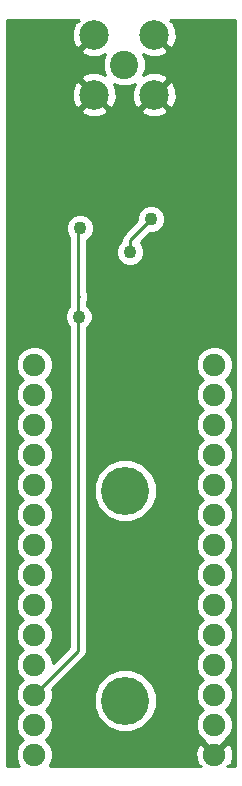
<source format=gbl>
G04 #@! TF.FileFunction,Copper,L2,Bot,Signal*
%FSLAX46Y46*%
G04 Gerber Fmt 4.6, Leading zero omitted, Abs format (unit mm)*
G04 Created by KiCad (PCBNEW 4.0.1-stable) date 4/13/2016 1:24:27 PM*
%MOMM*%
G01*
G04 APERTURE LIST*
%ADD10C,0.150000*%
%ADD11C,2.400000*%
%ADD12C,2.500000*%
%ADD13C,1.900000*%
%ADD14C,4.064000*%
%ADD15C,1.100000*%
%ADD16C,0.254000*%
G04 APERTURE END LIST*
D10*
D11*
X25971500Y-18542000D03*
D12*
X23431500Y-16002000D03*
X28511500Y-16002000D03*
X28511500Y-21082000D03*
X23431500Y-21082000D03*
D13*
X33591500Y-74422000D03*
X33591500Y-71882000D03*
X33591500Y-69342000D03*
X33591500Y-66802000D03*
X33591500Y-64262000D03*
X33591500Y-61722000D03*
X33591500Y-59182000D03*
X33591500Y-56642000D03*
X33591500Y-54102000D03*
X33591500Y-51562000D03*
X33591500Y-49022000D03*
X33591500Y-46482000D03*
X33591500Y-43942000D03*
X18351500Y-43942000D03*
X18351500Y-46482000D03*
X18351500Y-49022000D03*
X18351500Y-51562000D03*
X18351500Y-54102000D03*
X18351500Y-56642000D03*
X18351500Y-59182000D03*
X18351500Y-61722000D03*
X18351500Y-64262000D03*
X18351500Y-66802000D03*
X18351500Y-69342000D03*
X18351500Y-71882000D03*
X18351500Y-74422000D03*
X18351500Y-76962000D03*
X33591500Y-76962000D03*
D14*
X26035000Y-54610000D03*
X26035000Y-72390000D03*
D15*
X29781500Y-48387000D03*
X32321500Y-34417000D03*
X26479500Y-34417000D03*
X28257500Y-31623000D03*
X22098000Y-39878000D03*
X22225000Y-32385000D03*
D16*
X29781500Y-36957000D02*
X29781500Y-48387000D01*
X32321500Y-34417000D02*
X29781500Y-36957000D01*
X26479500Y-33401000D02*
X26479500Y-34417000D01*
X28257500Y-31623000D02*
X26479500Y-33401000D01*
X22098000Y-39751000D02*
X22034500Y-39751000D01*
X22034500Y-39814500D02*
X22098000Y-39751000D01*
X22098000Y-39878000D02*
X22034500Y-39814500D01*
X22034500Y-32575500D02*
X22034500Y-38290500D01*
X22225000Y-32385000D02*
X22034500Y-32575500D01*
X22034500Y-38290500D02*
X22034500Y-39751000D01*
X22034500Y-39751000D02*
X22034500Y-68199000D01*
X22034500Y-68199000D02*
X18351500Y-71882000D01*
X22034500Y-38290500D02*
X22161500Y-38163500D01*
G36*
X22098178Y-14848286D02*
X21805377Y-14977533D01*
X21537112Y-15677806D01*
X21557250Y-16427435D01*
X21805377Y-17026467D01*
X22098180Y-17155715D01*
X23251895Y-16002000D01*
X23237753Y-15987858D01*
X23417358Y-15808253D01*
X23431500Y-15822395D01*
X23445643Y-15808253D01*
X23625248Y-15987858D01*
X23611105Y-16002000D01*
X23625248Y-16016143D01*
X23445643Y-16195748D01*
X23431500Y-16181605D01*
X22277785Y-17335320D01*
X22407033Y-17628123D01*
X23107306Y-17896388D01*
X23856935Y-17876250D01*
X24344976Y-17674097D01*
X24136819Y-18175395D01*
X24136182Y-18905403D01*
X24346269Y-19413853D01*
X23755694Y-19187612D01*
X23006065Y-19207750D01*
X22407033Y-19455877D01*
X22277785Y-19748680D01*
X23431500Y-20902395D01*
X23445643Y-20888253D01*
X23625248Y-21067858D01*
X23611105Y-21082000D01*
X24764820Y-22235715D01*
X25057623Y-22106467D01*
X25325888Y-21406194D01*
X25305750Y-20656565D01*
X25103597Y-20168524D01*
X25604895Y-20376681D01*
X26334903Y-20377318D01*
X26843353Y-20167231D01*
X26617112Y-20757806D01*
X26637250Y-21507435D01*
X26885377Y-22106467D01*
X27178180Y-22235715D01*
X28331895Y-21082000D01*
X28691105Y-21082000D01*
X29844820Y-22235715D01*
X30137623Y-22106467D01*
X30405888Y-21406194D01*
X30385750Y-20656565D01*
X30137623Y-20057533D01*
X29844820Y-19928285D01*
X28691105Y-21082000D01*
X28331895Y-21082000D01*
X28317753Y-21067858D01*
X28497358Y-20888253D01*
X28511500Y-20902395D01*
X29665215Y-19748680D01*
X29535967Y-19455877D01*
X28835694Y-19187612D01*
X28086065Y-19207750D01*
X27598024Y-19409903D01*
X27806181Y-18908605D01*
X27806818Y-18178597D01*
X27596731Y-17670147D01*
X28187306Y-17896388D01*
X28936935Y-17876250D01*
X29535967Y-17628123D01*
X29665215Y-17335320D01*
X28511500Y-16181605D01*
X28497358Y-16195748D01*
X28317753Y-16016143D01*
X28331895Y-16002000D01*
X28317753Y-15987858D01*
X28497358Y-15808253D01*
X28511500Y-15822395D01*
X28525643Y-15808253D01*
X28705248Y-15987858D01*
X28691105Y-16002000D01*
X29844820Y-17155715D01*
X30137623Y-17026467D01*
X30405888Y-16326194D01*
X30385750Y-15576565D01*
X30137623Y-14977533D01*
X29844822Y-14848286D01*
X29897608Y-14795500D01*
X35369500Y-14795500D01*
X35369500Y-77914500D01*
X34723608Y-77914500D01*
X34707852Y-77898744D01*
X34969519Y-77806208D01*
X35187688Y-77214602D01*
X35162852Y-76584539D01*
X34969519Y-76117792D01*
X34707850Y-76025255D01*
X33771105Y-76962000D01*
X33785248Y-76976143D01*
X33605643Y-77155748D01*
X33591500Y-77141605D01*
X33577358Y-77155748D01*
X33397753Y-76976143D01*
X33411895Y-76962000D01*
X32475150Y-76025255D01*
X32213481Y-76117792D01*
X31995312Y-76709398D01*
X32020148Y-77339461D01*
X32213481Y-77806208D01*
X32475148Y-77898744D01*
X32459392Y-77914500D01*
X19640823Y-77914500D01*
X19694414Y-77861003D01*
X19936224Y-77278659D01*
X19936775Y-76648107D01*
X19695981Y-76065343D01*
X19323029Y-75691739D01*
X19694414Y-75321003D01*
X19936224Y-74738659D01*
X19936775Y-74108107D01*
X19695981Y-73525343D01*
X19323029Y-73151739D01*
X19557004Y-72918172D01*
X23367538Y-72918172D01*
X23772709Y-73898761D01*
X24522293Y-74649655D01*
X25502173Y-75056536D01*
X26563172Y-75057462D01*
X27543761Y-74652291D01*
X28294655Y-73902707D01*
X28701536Y-72922827D01*
X28702462Y-71861828D01*
X28297291Y-70881239D01*
X27547707Y-70130345D01*
X26567827Y-69723464D01*
X25506828Y-69722538D01*
X24526239Y-70127709D01*
X23775345Y-70877293D01*
X23368464Y-71857173D01*
X23367538Y-72918172D01*
X19557004Y-72918172D01*
X19694414Y-72781003D01*
X19936224Y-72198659D01*
X19936775Y-71568107D01*
X19880125Y-71431005D01*
X22573316Y-68737815D01*
X22738497Y-68490604D01*
X22796500Y-68199000D01*
X22796500Y-55138172D01*
X23367538Y-55138172D01*
X23772709Y-56118761D01*
X24522293Y-56869655D01*
X25502173Y-57276536D01*
X26563172Y-57277462D01*
X27543761Y-56872291D01*
X28294655Y-56122707D01*
X28701536Y-55142827D01*
X28702462Y-54081828D01*
X28297291Y-53101239D01*
X27547707Y-52350345D01*
X26567827Y-51943464D01*
X25506828Y-51942538D01*
X24526239Y-52347709D01*
X23775345Y-53097293D01*
X23368464Y-54077173D01*
X23367538Y-55138172D01*
X22796500Y-55138172D01*
X22796500Y-44255893D01*
X32006225Y-44255893D01*
X32247019Y-44838657D01*
X32619971Y-45212261D01*
X32248586Y-45582997D01*
X32006776Y-46165341D01*
X32006225Y-46795893D01*
X32247019Y-47378657D01*
X32619971Y-47752261D01*
X32248586Y-48122997D01*
X32006776Y-48705341D01*
X32006225Y-49335893D01*
X32247019Y-49918657D01*
X32619971Y-50292261D01*
X32248586Y-50662997D01*
X32006776Y-51245341D01*
X32006225Y-51875893D01*
X32247019Y-52458657D01*
X32619971Y-52832261D01*
X32248586Y-53202997D01*
X32006776Y-53785341D01*
X32006225Y-54415893D01*
X32247019Y-54998657D01*
X32619971Y-55372261D01*
X32248586Y-55742997D01*
X32006776Y-56325341D01*
X32006225Y-56955893D01*
X32247019Y-57538657D01*
X32619971Y-57912261D01*
X32248586Y-58282997D01*
X32006776Y-58865341D01*
X32006225Y-59495893D01*
X32247019Y-60078657D01*
X32619971Y-60452261D01*
X32248586Y-60822997D01*
X32006776Y-61405341D01*
X32006225Y-62035893D01*
X32247019Y-62618657D01*
X32619971Y-62992261D01*
X32248586Y-63362997D01*
X32006776Y-63945341D01*
X32006225Y-64575893D01*
X32247019Y-65158657D01*
X32619971Y-65532261D01*
X32248586Y-65902997D01*
X32006776Y-66485341D01*
X32006225Y-67115893D01*
X32247019Y-67698657D01*
X32619971Y-68072261D01*
X32248586Y-68442997D01*
X32006776Y-69025341D01*
X32006225Y-69655893D01*
X32247019Y-70238657D01*
X32619971Y-70612261D01*
X32248586Y-70982997D01*
X32006776Y-71565341D01*
X32006225Y-72195893D01*
X32247019Y-72778657D01*
X32619971Y-73152261D01*
X32248586Y-73522997D01*
X32006776Y-74105341D01*
X32006225Y-74735893D01*
X32247019Y-75318657D01*
X32685711Y-75758116D01*
X32654755Y-75845650D01*
X33591500Y-76782395D01*
X34528245Y-75845650D01*
X34497093Y-75757561D01*
X34934414Y-75321003D01*
X35176224Y-74738659D01*
X35176775Y-74108107D01*
X34935981Y-73525343D01*
X34563029Y-73151739D01*
X34934414Y-72781003D01*
X35176224Y-72198659D01*
X35176775Y-71568107D01*
X34935981Y-70985343D01*
X34563029Y-70611739D01*
X34934414Y-70241003D01*
X35176224Y-69658659D01*
X35176775Y-69028107D01*
X34935981Y-68445343D01*
X34563029Y-68071739D01*
X34934414Y-67701003D01*
X35176224Y-67118659D01*
X35176775Y-66488107D01*
X34935981Y-65905343D01*
X34563029Y-65531739D01*
X34934414Y-65161003D01*
X35176224Y-64578659D01*
X35176775Y-63948107D01*
X34935981Y-63365343D01*
X34563029Y-62991739D01*
X34934414Y-62621003D01*
X35176224Y-62038659D01*
X35176775Y-61408107D01*
X34935981Y-60825343D01*
X34563029Y-60451739D01*
X34934414Y-60081003D01*
X35176224Y-59498659D01*
X35176775Y-58868107D01*
X34935981Y-58285343D01*
X34563029Y-57911739D01*
X34934414Y-57541003D01*
X35176224Y-56958659D01*
X35176775Y-56328107D01*
X34935981Y-55745343D01*
X34563029Y-55371739D01*
X34934414Y-55001003D01*
X35176224Y-54418659D01*
X35176775Y-53788107D01*
X34935981Y-53205343D01*
X34563029Y-52831739D01*
X34934414Y-52461003D01*
X35176224Y-51878659D01*
X35176775Y-51248107D01*
X34935981Y-50665343D01*
X34563029Y-50291739D01*
X34934414Y-49921003D01*
X35176224Y-49338659D01*
X35176775Y-48708107D01*
X34935981Y-48125343D01*
X34563029Y-47751739D01*
X34934414Y-47381003D01*
X35176224Y-46798659D01*
X35176775Y-46168107D01*
X34935981Y-45585343D01*
X34563029Y-45211739D01*
X34934414Y-44841003D01*
X35176224Y-44258659D01*
X35176775Y-43628107D01*
X34935981Y-43045343D01*
X34490503Y-42599086D01*
X33908159Y-42357276D01*
X33277607Y-42356725D01*
X32694843Y-42597519D01*
X32248586Y-43042997D01*
X32006776Y-43625341D01*
X32006225Y-44255893D01*
X22796500Y-44255893D01*
X22796500Y-40855101D01*
X23102009Y-40550125D01*
X23282794Y-40114745D01*
X23283206Y-39643323D01*
X23103180Y-39207628D01*
X22796500Y-38900412D01*
X22796500Y-38558364D01*
X22865496Y-38455105D01*
X22923499Y-38163500D01*
X22865496Y-37871896D01*
X22796500Y-37768636D01*
X22796500Y-34651677D01*
X25294294Y-34651677D01*
X25474320Y-35087372D01*
X25807375Y-35421009D01*
X26242755Y-35601794D01*
X26714177Y-35602206D01*
X27149872Y-35422180D01*
X27483509Y-35089125D01*
X27664294Y-34653745D01*
X27664706Y-34182323D01*
X27484680Y-33746628D01*
X27348210Y-33609920D01*
X28150223Y-32807907D01*
X28492177Y-32808206D01*
X28927872Y-32628180D01*
X29261509Y-32295125D01*
X29442294Y-31859745D01*
X29442706Y-31388323D01*
X29262680Y-30952628D01*
X28929625Y-30618991D01*
X28494245Y-30438206D01*
X28022823Y-30437794D01*
X27587128Y-30617820D01*
X27253491Y-30950875D01*
X27072706Y-31386255D01*
X27072405Y-31730464D01*
X25940685Y-32862185D01*
X25775504Y-33109395D01*
X25717500Y-33401000D01*
X25717500Y-33503288D01*
X25475491Y-33744875D01*
X25294706Y-34180255D01*
X25294294Y-34651677D01*
X22796500Y-34651677D01*
X22796500Y-33431033D01*
X22895372Y-33390180D01*
X23229009Y-33057125D01*
X23409794Y-32621745D01*
X23410206Y-32150323D01*
X23230180Y-31714628D01*
X22897125Y-31380991D01*
X22461745Y-31200206D01*
X21990323Y-31199794D01*
X21554628Y-31379820D01*
X21220991Y-31712875D01*
X21040206Y-32148255D01*
X21039794Y-32619677D01*
X21219820Y-33055372D01*
X21272500Y-33108144D01*
X21272500Y-39027677D01*
X21093991Y-39205875D01*
X20913206Y-39641255D01*
X20912794Y-40112677D01*
X21092820Y-40548372D01*
X21272500Y-40728366D01*
X21272500Y-67883369D01*
X19936608Y-69219261D01*
X19936775Y-69028107D01*
X19695981Y-68445343D01*
X19323029Y-68071739D01*
X19694414Y-67701003D01*
X19936224Y-67118659D01*
X19936775Y-66488107D01*
X19695981Y-65905343D01*
X19323029Y-65531739D01*
X19694414Y-65161003D01*
X19936224Y-64578659D01*
X19936775Y-63948107D01*
X19695981Y-63365343D01*
X19323029Y-62991739D01*
X19694414Y-62621003D01*
X19936224Y-62038659D01*
X19936775Y-61408107D01*
X19695981Y-60825343D01*
X19323029Y-60451739D01*
X19694414Y-60081003D01*
X19936224Y-59498659D01*
X19936775Y-58868107D01*
X19695981Y-58285343D01*
X19323029Y-57911739D01*
X19694414Y-57541003D01*
X19936224Y-56958659D01*
X19936775Y-56328107D01*
X19695981Y-55745343D01*
X19323029Y-55371739D01*
X19694414Y-55001003D01*
X19936224Y-54418659D01*
X19936775Y-53788107D01*
X19695981Y-53205343D01*
X19323029Y-52831739D01*
X19694414Y-52461003D01*
X19936224Y-51878659D01*
X19936775Y-51248107D01*
X19695981Y-50665343D01*
X19323029Y-50291739D01*
X19694414Y-49921003D01*
X19936224Y-49338659D01*
X19936775Y-48708107D01*
X19695981Y-48125343D01*
X19323029Y-47751739D01*
X19694414Y-47381003D01*
X19936224Y-46798659D01*
X19936775Y-46168107D01*
X19695981Y-45585343D01*
X19323029Y-45211739D01*
X19694414Y-44841003D01*
X19936224Y-44258659D01*
X19936775Y-43628107D01*
X19695981Y-43045343D01*
X19250503Y-42599086D01*
X18668159Y-42357276D01*
X18037607Y-42356725D01*
X17454843Y-42597519D01*
X17008586Y-43042997D01*
X16766776Y-43625341D01*
X16766225Y-44255893D01*
X17007019Y-44838657D01*
X17379971Y-45212261D01*
X17008586Y-45582997D01*
X16766776Y-46165341D01*
X16766225Y-46795893D01*
X17007019Y-47378657D01*
X17379971Y-47752261D01*
X17008586Y-48122997D01*
X16766776Y-48705341D01*
X16766225Y-49335893D01*
X17007019Y-49918657D01*
X17379971Y-50292261D01*
X17008586Y-50662997D01*
X16766776Y-51245341D01*
X16766225Y-51875893D01*
X17007019Y-52458657D01*
X17379971Y-52832261D01*
X17008586Y-53202997D01*
X16766776Y-53785341D01*
X16766225Y-54415893D01*
X17007019Y-54998657D01*
X17379971Y-55372261D01*
X17008586Y-55742997D01*
X16766776Y-56325341D01*
X16766225Y-56955893D01*
X17007019Y-57538657D01*
X17379971Y-57912261D01*
X17008586Y-58282997D01*
X16766776Y-58865341D01*
X16766225Y-59495893D01*
X17007019Y-60078657D01*
X17379971Y-60452261D01*
X17008586Y-60822997D01*
X16766776Y-61405341D01*
X16766225Y-62035893D01*
X17007019Y-62618657D01*
X17379971Y-62992261D01*
X17008586Y-63362997D01*
X16766776Y-63945341D01*
X16766225Y-64575893D01*
X17007019Y-65158657D01*
X17379971Y-65532261D01*
X17008586Y-65902997D01*
X16766776Y-66485341D01*
X16766225Y-67115893D01*
X17007019Y-67698657D01*
X17379971Y-68072261D01*
X17008586Y-68442997D01*
X16766776Y-69025341D01*
X16766225Y-69655893D01*
X17007019Y-70238657D01*
X17379971Y-70612261D01*
X17008586Y-70982997D01*
X16766776Y-71565341D01*
X16766225Y-72195893D01*
X17007019Y-72778657D01*
X17379971Y-73152261D01*
X17008586Y-73522997D01*
X16766776Y-74105341D01*
X16766225Y-74735893D01*
X17007019Y-75318657D01*
X17379971Y-75692261D01*
X17008586Y-76062997D01*
X16766776Y-76645341D01*
X16766225Y-77275893D01*
X17007019Y-77858657D01*
X17062765Y-77914500D01*
X16065500Y-77914500D01*
X16065500Y-22415320D01*
X22277785Y-22415320D01*
X22407033Y-22708123D01*
X23107306Y-22976388D01*
X23856935Y-22956250D01*
X24455967Y-22708123D01*
X24585215Y-22415320D01*
X27357785Y-22415320D01*
X27487033Y-22708123D01*
X28187306Y-22976388D01*
X28936935Y-22956250D01*
X29535967Y-22708123D01*
X29665215Y-22415320D01*
X28511500Y-21261605D01*
X27357785Y-22415320D01*
X24585215Y-22415320D01*
X23431500Y-21261605D01*
X22277785Y-22415320D01*
X16065500Y-22415320D01*
X16065500Y-20757806D01*
X21537112Y-20757806D01*
X21557250Y-21507435D01*
X21805377Y-22106467D01*
X22098180Y-22235715D01*
X23251895Y-21082000D01*
X22098180Y-19928285D01*
X21805377Y-20057533D01*
X21537112Y-20757806D01*
X16065500Y-20757806D01*
X16065500Y-14795500D01*
X22045392Y-14795500D01*
X22098178Y-14848286D01*
X22098178Y-14848286D01*
G37*
X22098178Y-14848286D02*
X21805377Y-14977533D01*
X21537112Y-15677806D01*
X21557250Y-16427435D01*
X21805377Y-17026467D01*
X22098180Y-17155715D01*
X23251895Y-16002000D01*
X23237753Y-15987858D01*
X23417358Y-15808253D01*
X23431500Y-15822395D01*
X23445643Y-15808253D01*
X23625248Y-15987858D01*
X23611105Y-16002000D01*
X23625248Y-16016143D01*
X23445643Y-16195748D01*
X23431500Y-16181605D01*
X22277785Y-17335320D01*
X22407033Y-17628123D01*
X23107306Y-17896388D01*
X23856935Y-17876250D01*
X24344976Y-17674097D01*
X24136819Y-18175395D01*
X24136182Y-18905403D01*
X24346269Y-19413853D01*
X23755694Y-19187612D01*
X23006065Y-19207750D01*
X22407033Y-19455877D01*
X22277785Y-19748680D01*
X23431500Y-20902395D01*
X23445643Y-20888253D01*
X23625248Y-21067858D01*
X23611105Y-21082000D01*
X24764820Y-22235715D01*
X25057623Y-22106467D01*
X25325888Y-21406194D01*
X25305750Y-20656565D01*
X25103597Y-20168524D01*
X25604895Y-20376681D01*
X26334903Y-20377318D01*
X26843353Y-20167231D01*
X26617112Y-20757806D01*
X26637250Y-21507435D01*
X26885377Y-22106467D01*
X27178180Y-22235715D01*
X28331895Y-21082000D01*
X28691105Y-21082000D01*
X29844820Y-22235715D01*
X30137623Y-22106467D01*
X30405888Y-21406194D01*
X30385750Y-20656565D01*
X30137623Y-20057533D01*
X29844820Y-19928285D01*
X28691105Y-21082000D01*
X28331895Y-21082000D01*
X28317753Y-21067858D01*
X28497358Y-20888253D01*
X28511500Y-20902395D01*
X29665215Y-19748680D01*
X29535967Y-19455877D01*
X28835694Y-19187612D01*
X28086065Y-19207750D01*
X27598024Y-19409903D01*
X27806181Y-18908605D01*
X27806818Y-18178597D01*
X27596731Y-17670147D01*
X28187306Y-17896388D01*
X28936935Y-17876250D01*
X29535967Y-17628123D01*
X29665215Y-17335320D01*
X28511500Y-16181605D01*
X28497358Y-16195748D01*
X28317753Y-16016143D01*
X28331895Y-16002000D01*
X28317753Y-15987858D01*
X28497358Y-15808253D01*
X28511500Y-15822395D01*
X28525643Y-15808253D01*
X28705248Y-15987858D01*
X28691105Y-16002000D01*
X29844820Y-17155715D01*
X30137623Y-17026467D01*
X30405888Y-16326194D01*
X30385750Y-15576565D01*
X30137623Y-14977533D01*
X29844822Y-14848286D01*
X29897608Y-14795500D01*
X35369500Y-14795500D01*
X35369500Y-77914500D01*
X34723608Y-77914500D01*
X34707852Y-77898744D01*
X34969519Y-77806208D01*
X35187688Y-77214602D01*
X35162852Y-76584539D01*
X34969519Y-76117792D01*
X34707850Y-76025255D01*
X33771105Y-76962000D01*
X33785248Y-76976143D01*
X33605643Y-77155748D01*
X33591500Y-77141605D01*
X33577358Y-77155748D01*
X33397753Y-76976143D01*
X33411895Y-76962000D01*
X32475150Y-76025255D01*
X32213481Y-76117792D01*
X31995312Y-76709398D01*
X32020148Y-77339461D01*
X32213481Y-77806208D01*
X32475148Y-77898744D01*
X32459392Y-77914500D01*
X19640823Y-77914500D01*
X19694414Y-77861003D01*
X19936224Y-77278659D01*
X19936775Y-76648107D01*
X19695981Y-76065343D01*
X19323029Y-75691739D01*
X19694414Y-75321003D01*
X19936224Y-74738659D01*
X19936775Y-74108107D01*
X19695981Y-73525343D01*
X19323029Y-73151739D01*
X19557004Y-72918172D01*
X23367538Y-72918172D01*
X23772709Y-73898761D01*
X24522293Y-74649655D01*
X25502173Y-75056536D01*
X26563172Y-75057462D01*
X27543761Y-74652291D01*
X28294655Y-73902707D01*
X28701536Y-72922827D01*
X28702462Y-71861828D01*
X28297291Y-70881239D01*
X27547707Y-70130345D01*
X26567827Y-69723464D01*
X25506828Y-69722538D01*
X24526239Y-70127709D01*
X23775345Y-70877293D01*
X23368464Y-71857173D01*
X23367538Y-72918172D01*
X19557004Y-72918172D01*
X19694414Y-72781003D01*
X19936224Y-72198659D01*
X19936775Y-71568107D01*
X19880125Y-71431005D01*
X22573316Y-68737815D01*
X22738497Y-68490604D01*
X22796500Y-68199000D01*
X22796500Y-55138172D01*
X23367538Y-55138172D01*
X23772709Y-56118761D01*
X24522293Y-56869655D01*
X25502173Y-57276536D01*
X26563172Y-57277462D01*
X27543761Y-56872291D01*
X28294655Y-56122707D01*
X28701536Y-55142827D01*
X28702462Y-54081828D01*
X28297291Y-53101239D01*
X27547707Y-52350345D01*
X26567827Y-51943464D01*
X25506828Y-51942538D01*
X24526239Y-52347709D01*
X23775345Y-53097293D01*
X23368464Y-54077173D01*
X23367538Y-55138172D01*
X22796500Y-55138172D01*
X22796500Y-44255893D01*
X32006225Y-44255893D01*
X32247019Y-44838657D01*
X32619971Y-45212261D01*
X32248586Y-45582997D01*
X32006776Y-46165341D01*
X32006225Y-46795893D01*
X32247019Y-47378657D01*
X32619971Y-47752261D01*
X32248586Y-48122997D01*
X32006776Y-48705341D01*
X32006225Y-49335893D01*
X32247019Y-49918657D01*
X32619971Y-50292261D01*
X32248586Y-50662997D01*
X32006776Y-51245341D01*
X32006225Y-51875893D01*
X32247019Y-52458657D01*
X32619971Y-52832261D01*
X32248586Y-53202997D01*
X32006776Y-53785341D01*
X32006225Y-54415893D01*
X32247019Y-54998657D01*
X32619971Y-55372261D01*
X32248586Y-55742997D01*
X32006776Y-56325341D01*
X32006225Y-56955893D01*
X32247019Y-57538657D01*
X32619971Y-57912261D01*
X32248586Y-58282997D01*
X32006776Y-58865341D01*
X32006225Y-59495893D01*
X32247019Y-60078657D01*
X32619971Y-60452261D01*
X32248586Y-60822997D01*
X32006776Y-61405341D01*
X32006225Y-62035893D01*
X32247019Y-62618657D01*
X32619971Y-62992261D01*
X32248586Y-63362997D01*
X32006776Y-63945341D01*
X32006225Y-64575893D01*
X32247019Y-65158657D01*
X32619971Y-65532261D01*
X32248586Y-65902997D01*
X32006776Y-66485341D01*
X32006225Y-67115893D01*
X32247019Y-67698657D01*
X32619971Y-68072261D01*
X32248586Y-68442997D01*
X32006776Y-69025341D01*
X32006225Y-69655893D01*
X32247019Y-70238657D01*
X32619971Y-70612261D01*
X32248586Y-70982997D01*
X32006776Y-71565341D01*
X32006225Y-72195893D01*
X32247019Y-72778657D01*
X32619971Y-73152261D01*
X32248586Y-73522997D01*
X32006776Y-74105341D01*
X32006225Y-74735893D01*
X32247019Y-75318657D01*
X32685711Y-75758116D01*
X32654755Y-75845650D01*
X33591500Y-76782395D01*
X34528245Y-75845650D01*
X34497093Y-75757561D01*
X34934414Y-75321003D01*
X35176224Y-74738659D01*
X35176775Y-74108107D01*
X34935981Y-73525343D01*
X34563029Y-73151739D01*
X34934414Y-72781003D01*
X35176224Y-72198659D01*
X35176775Y-71568107D01*
X34935981Y-70985343D01*
X34563029Y-70611739D01*
X34934414Y-70241003D01*
X35176224Y-69658659D01*
X35176775Y-69028107D01*
X34935981Y-68445343D01*
X34563029Y-68071739D01*
X34934414Y-67701003D01*
X35176224Y-67118659D01*
X35176775Y-66488107D01*
X34935981Y-65905343D01*
X34563029Y-65531739D01*
X34934414Y-65161003D01*
X35176224Y-64578659D01*
X35176775Y-63948107D01*
X34935981Y-63365343D01*
X34563029Y-62991739D01*
X34934414Y-62621003D01*
X35176224Y-62038659D01*
X35176775Y-61408107D01*
X34935981Y-60825343D01*
X34563029Y-60451739D01*
X34934414Y-60081003D01*
X35176224Y-59498659D01*
X35176775Y-58868107D01*
X34935981Y-58285343D01*
X34563029Y-57911739D01*
X34934414Y-57541003D01*
X35176224Y-56958659D01*
X35176775Y-56328107D01*
X34935981Y-55745343D01*
X34563029Y-55371739D01*
X34934414Y-55001003D01*
X35176224Y-54418659D01*
X35176775Y-53788107D01*
X34935981Y-53205343D01*
X34563029Y-52831739D01*
X34934414Y-52461003D01*
X35176224Y-51878659D01*
X35176775Y-51248107D01*
X34935981Y-50665343D01*
X34563029Y-50291739D01*
X34934414Y-49921003D01*
X35176224Y-49338659D01*
X35176775Y-48708107D01*
X34935981Y-48125343D01*
X34563029Y-47751739D01*
X34934414Y-47381003D01*
X35176224Y-46798659D01*
X35176775Y-46168107D01*
X34935981Y-45585343D01*
X34563029Y-45211739D01*
X34934414Y-44841003D01*
X35176224Y-44258659D01*
X35176775Y-43628107D01*
X34935981Y-43045343D01*
X34490503Y-42599086D01*
X33908159Y-42357276D01*
X33277607Y-42356725D01*
X32694843Y-42597519D01*
X32248586Y-43042997D01*
X32006776Y-43625341D01*
X32006225Y-44255893D01*
X22796500Y-44255893D01*
X22796500Y-40855101D01*
X23102009Y-40550125D01*
X23282794Y-40114745D01*
X23283206Y-39643323D01*
X23103180Y-39207628D01*
X22796500Y-38900412D01*
X22796500Y-38558364D01*
X22865496Y-38455105D01*
X22923499Y-38163500D01*
X22865496Y-37871896D01*
X22796500Y-37768636D01*
X22796500Y-34651677D01*
X25294294Y-34651677D01*
X25474320Y-35087372D01*
X25807375Y-35421009D01*
X26242755Y-35601794D01*
X26714177Y-35602206D01*
X27149872Y-35422180D01*
X27483509Y-35089125D01*
X27664294Y-34653745D01*
X27664706Y-34182323D01*
X27484680Y-33746628D01*
X27348210Y-33609920D01*
X28150223Y-32807907D01*
X28492177Y-32808206D01*
X28927872Y-32628180D01*
X29261509Y-32295125D01*
X29442294Y-31859745D01*
X29442706Y-31388323D01*
X29262680Y-30952628D01*
X28929625Y-30618991D01*
X28494245Y-30438206D01*
X28022823Y-30437794D01*
X27587128Y-30617820D01*
X27253491Y-30950875D01*
X27072706Y-31386255D01*
X27072405Y-31730464D01*
X25940685Y-32862185D01*
X25775504Y-33109395D01*
X25717500Y-33401000D01*
X25717500Y-33503288D01*
X25475491Y-33744875D01*
X25294706Y-34180255D01*
X25294294Y-34651677D01*
X22796500Y-34651677D01*
X22796500Y-33431033D01*
X22895372Y-33390180D01*
X23229009Y-33057125D01*
X23409794Y-32621745D01*
X23410206Y-32150323D01*
X23230180Y-31714628D01*
X22897125Y-31380991D01*
X22461745Y-31200206D01*
X21990323Y-31199794D01*
X21554628Y-31379820D01*
X21220991Y-31712875D01*
X21040206Y-32148255D01*
X21039794Y-32619677D01*
X21219820Y-33055372D01*
X21272500Y-33108144D01*
X21272500Y-39027677D01*
X21093991Y-39205875D01*
X20913206Y-39641255D01*
X20912794Y-40112677D01*
X21092820Y-40548372D01*
X21272500Y-40728366D01*
X21272500Y-67883369D01*
X19936608Y-69219261D01*
X19936775Y-69028107D01*
X19695981Y-68445343D01*
X19323029Y-68071739D01*
X19694414Y-67701003D01*
X19936224Y-67118659D01*
X19936775Y-66488107D01*
X19695981Y-65905343D01*
X19323029Y-65531739D01*
X19694414Y-65161003D01*
X19936224Y-64578659D01*
X19936775Y-63948107D01*
X19695981Y-63365343D01*
X19323029Y-62991739D01*
X19694414Y-62621003D01*
X19936224Y-62038659D01*
X19936775Y-61408107D01*
X19695981Y-60825343D01*
X19323029Y-60451739D01*
X19694414Y-60081003D01*
X19936224Y-59498659D01*
X19936775Y-58868107D01*
X19695981Y-58285343D01*
X19323029Y-57911739D01*
X19694414Y-57541003D01*
X19936224Y-56958659D01*
X19936775Y-56328107D01*
X19695981Y-55745343D01*
X19323029Y-55371739D01*
X19694414Y-55001003D01*
X19936224Y-54418659D01*
X19936775Y-53788107D01*
X19695981Y-53205343D01*
X19323029Y-52831739D01*
X19694414Y-52461003D01*
X19936224Y-51878659D01*
X19936775Y-51248107D01*
X19695981Y-50665343D01*
X19323029Y-50291739D01*
X19694414Y-49921003D01*
X19936224Y-49338659D01*
X19936775Y-48708107D01*
X19695981Y-48125343D01*
X19323029Y-47751739D01*
X19694414Y-47381003D01*
X19936224Y-46798659D01*
X19936775Y-46168107D01*
X19695981Y-45585343D01*
X19323029Y-45211739D01*
X19694414Y-44841003D01*
X19936224Y-44258659D01*
X19936775Y-43628107D01*
X19695981Y-43045343D01*
X19250503Y-42599086D01*
X18668159Y-42357276D01*
X18037607Y-42356725D01*
X17454843Y-42597519D01*
X17008586Y-43042997D01*
X16766776Y-43625341D01*
X16766225Y-44255893D01*
X17007019Y-44838657D01*
X17379971Y-45212261D01*
X17008586Y-45582997D01*
X16766776Y-46165341D01*
X16766225Y-46795893D01*
X17007019Y-47378657D01*
X17379971Y-47752261D01*
X17008586Y-48122997D01*
X16766776Y-48705341D01*
X16766225Y-49335893D01*
X17007019Y-49918657D01*
X17379971Y-50292261D01*
X17008586Y-50662997D01*
X16766776Y-51245341D01*
X16766225Y-51875893D01*
X17007019Y-52458657D01*
X17379971Y-52832261D01*
X17008586Y-53202997D01*
X16766776Y-53785341D01*
X16766225Y-54415893D01*
X17007019Y-54998657D01*
X17379971Y-55372261D01*
X17008586Y-55742997D01*
X16766776Y-56325341D01*
X16766225Y-56955893D01*
X17007019Y-57538657D01*
X17379971Y-57912261D01*
X17008586Y-58282997D01*
X16766776Y-58865341D01*
X16766225Y-59495893D01*
X17007019Y-60078657D01*
X17379971Y-60452261D01*
X17008586Y-60822997D01*
X16766776Y-61405341D01*
X16766225Y-62035893D01*
X17007019Y-62618657D01*
X17379971Y-62992261D01*
X17008586Y-63362997D01*
X16766776Y-63945341D01*
X16766225Y-64575893D01*
X17007019Y-65158657D01*
X17379971Y-65532261D01*
X17008586Y-65902997D01*
X16766776Y-66485341D01*
X16766225Y-67115893D01*
X17007019Y-67698657D01*
X17379971Y-68072261D01*
X17008586Y-68442997D01*
X16766776Y-69025341D01*
X16766225Y-69655893D01*
X17007019Y-70238657D01*
X17379971Y-70612261D01*
X17008586Y-70982997D01*
X16766776Y-71565341D01*
X16766225Y-72195893D01*
X17007019Y-72778657D01*
X17379971Y-73152261D01*
X17008586Y-73522997D01*
X16766776Y-74105341D01*
X16766225Y-74735893D01*
X17007019Y-75318657D01*
X17379971Y-75692261D01*
X17008586Y-76062997D01*
X16766776Y-76645341D01*
X16766225Y-77275893D01*
X17007019Y-77858657D01*
X17062765Y-77914500D01*
X16065500Y-77914500D01*
X16065500Y-22415320D01*
X22277785Y-22415320D01*
X22407033Y-22708123D01*
X23107306Y-22976388D01*
X23856935Y-22956250D01*
X24455967Y-22708123D01*
X24585215Y-22415320D01*
X27357785Y-22415320D01*
X27487033Y-22708123D01*
X28187306Y-22976388D01*
X28936935Y-22956250D01*
X29535967Y-22708123D01*
X29665215Y-22415320D01*
X28511500Y-21261605D01*
X27357785Y-22415320D01*
X24585215Y-22415320D01*
X23431500Y-21261605D01*
X22277785Y-22415320D01*
X16065500Y-22415320D01*
X16065500Y-20757806D01*
X21537112Y-20757806D01*
X21557250Y-21507435D01*
X21805377Y-22106467D01*
X22098180Y-22235715D01*
X23251895Y-21082000D01*
X22098180Y-19928285D01*
X21805377Y-20057533D01*
X21537112Y-20757806D01*
X16065500Y-20757806D01*
X16065500Y-14795500D01*
X22045392Y-14795500D01*
X22098178Y-14848286D01*
M02*

</source>
